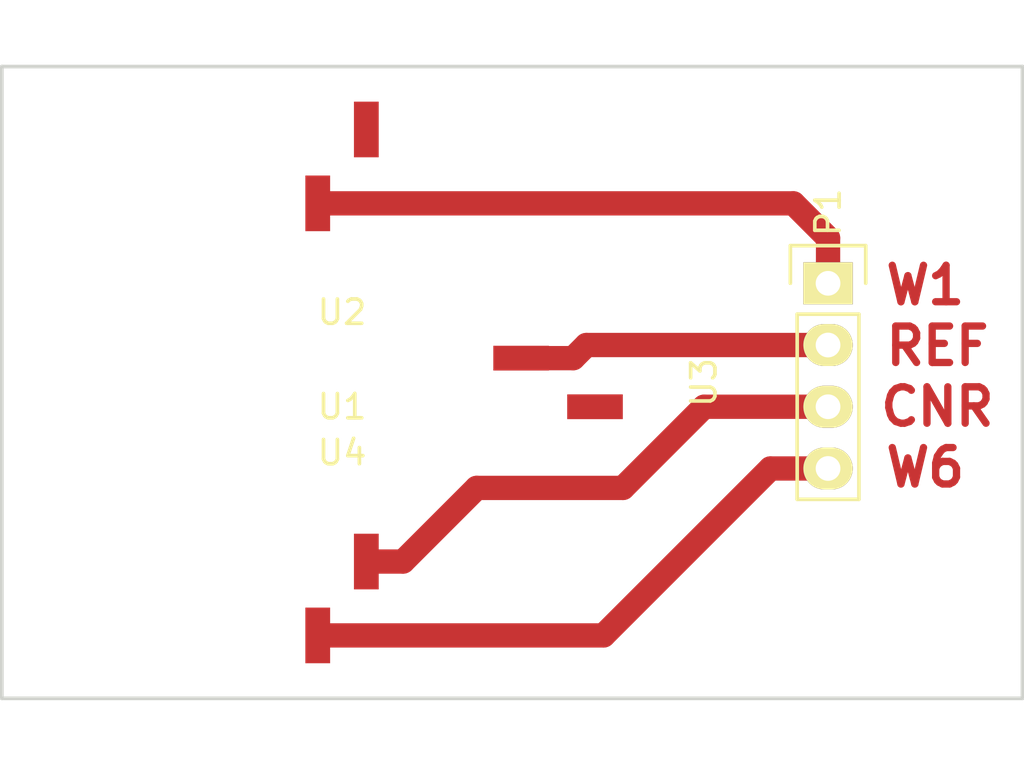
<source format=kicad_pcb>
(kicad_pcb (version 4) (host pcbnew 4.0.3+e1-6302~38~ubuntu16.04.1-stable)

  (general
    (links 4)
    (no_connects 0)
    (area 133.924999 91.135 176.075001 122.965)
    (thickness 1.6)
    (drawings 8)
    (tracks 14)
    (zones 0)
    (modules 5)
    (nets 7)
  )

  (page A4)
  (layers
    (0 F.Cu signal)
    (31 B.Cu signal)
    (32 B.Adhes user)
    (33 F.Adhes user)
    (34 B.Paste user)
    (35 F.Paste user)
    (36 B.SilkS user)
    (37 F.SilkS user)
    (38 B.Mask user)
    (39 F.Mask user)
    (40 Dwgs.User user)
    (41 Cmts.User user)
    (42 Eco1.User user)
    (43 Eco2.User user)
    (44 Edge.Cuts user)
    (45 Margin user)
    (46 B.CrtYd user)
    (47 F.CrtYd user)
    (48 B.Fab user)
    (49 F.Fab user)
  )

  (setup
    (last_trace_width 1)
    (user_trace_width 1)
    (trace_clearance 0.2)
    (zone_clearance 0.508)
    (zone_45_only no)
    (trace_min 0.2)
    (segment_width 0.2)
    (edge_width 0.15)
    (via_size 0.6)
    (via_drill 0.4)
    (via_min_size 0.4)
    (via_min_drill 0.3)
    (uvia_size 0.3)
    (uvia_drill 0.1)
    (uvias_allowed no)
    (uvia_min_size 0.2)
    (uvia_min_drill 0.1)
    (pcb_text_width 0.3)
    (pcb_text_size 1.5 1.5)
    (mod_edge_width 0.15)
    (mod_text_size 1 1)
    (mod_text_width 0.15)
    (pad_size 1.524 1.524)
    (pad_drill 0.762)
    (pad_to_mask_clearance 0.2)
    (aux_axis_origin 0 0)
    (visible_elements FFFFFF7F)
    (pcbplotparams
      (layerselection 0x01000_00000001)
      (usegerberextensions false)
      (excludeedgelayer true)
      (linewidth 0.100000)
      (plotframeref false)
      (viasonmask false)
      (mode 1)
      (useauxorigin false)
      (hpglpennumber 1)
      (hpglpenspeed 20)
      (hpglpendiameter 15)
      (hpglpenoverlay 2)
      (psnegative false)
      (psa4output false)
      (plotreference true)
      (plotvalue true)
      (plotinvisibletext false)
      (padsonsilk false)
      (subtractmaskfromsilk false)
      (outputformat 1)
      (mirror false)
      (drillshape 0)
      (scaleselection 1)
      (outputdirectory gerbers/))
  )

  (net 0 "")
  (net 1 WORKING_1)
  (net 2 REFERENCE)
  (net 3 COUNTER)
  (net 4 WORKING_6)
  (net 5 "Net-(U2-Pad2)")
  (net 6 "Net-(U3-Pad1)")

  (net_class Default "This is the default net class."
    (clearance 0.2)
    (trace_width 0.25)
    (via_dia 0.6)
    (via_drill 0.4)
    (uvia_dia 0.3)
    (uvia_drill 0.1)
    (add_net COUNTER)
    (add_net "Net-(U2-Pad2)")
    (add_net "Net-(U3-Pad1)")
    (add_net REFERENCE)
    (add_net WORKING_1)
    (add_net WORKING_6)
  )

  (module Socket_Strips:Socket_Strip_Straight_1x04 (layer F.Cu) (tedit 0) (tstamp 57C0A044)
    (at 168 102.92 270)
    (descr "Through hole socket strip")
    (tags "socket strip")
    (path /57C09EF5)
    (fp_text reference P1 (at -2.92 0 270) (layer F.SilkS)
      (effects (font (size 1 1) (thickness 0.15)))
    )
    (fp_text value CONN_01X04 (at 4.08 3 270) (layer F.Fab)
      (effects (font (size 1 1) (thickness 0.15)))
    )
    (fp_line (start -1.75 -1.75) (end -1.75 1.75) (layer F.CrtYd) (width 0.05))
    (fp_line (start 9.4 -1.75) (end 9.4 1.75) (layer F.CrtYd) (width 0.05))
    (fp_line (start -1.75 -1.75) (end 9.4 -1.75) (layer F.CrtYd) (width 0.05))
    (fp_line (start -1.75 1.75) (end 9.4 1.75) (layer F.CrtYd) (width 0.05))
    (fp_line (start 1.27 -1.27) (end 8.89 -1.27) (layer F.SilkS) (width 0.15))
    (fp_line (start 1.27 1.27) (end 8.89 1.27) (layer F.SilkS) (width 0.15))
    (fp_line (start -1.55 1.55) (end 0 1.55) (layer F.SilkS) (width 0.15))
    (fp_line (start 8.89 -1.27) (end 8.89 1.27) (layer F.SilkS) (width 0.15))
    (fp_line (start 1.27 1.27) (end 1.27 -1.27) (layer F.SilkS) (width 0.15))
    (fp_line (start 0 -1.55) (end -1.55 -1.55) (layer F.SilkS) (width 0.15))
    (fp_line (start -1.55 -1.55) (end -1.55 1.55) (layer F.SilkS) (width 0.15))
    (pad 1 thru_hole rect (at 0 0 270) (size 1.7272 2.032) (drill 1.016) (layers *.Cu *.Mask F.SilkS)
      (net 1 WORKING_1))
    (pad 2 thru_hole oval (at 2.54 0 270) (size 1.7272 2.032) (drill 1.016) (layers *.Cu *.Mask F.SilkS)
      (net 2 REFERENCE))
    (pad 3 thru_hole oval (at 5.08 0 270) (size 1.7272 2.032) (drill 1.016) (layers *.Cu *.Mask F.SilkS)
      (net 3 COUNTER))
    (pad 4 thru_hole oval (at 7.62 0 270) (size 1.7272 2.032) (drill 1.016) (layers *.Cu *.Mask F.SilkS)
      (net 4 WORKING_6))
    (model Socket_Strips.3dshapes/Socket_Strip_Straight_1x04.wrl
      (at (xyz 0.15 0 0))
      (scale (xyz 1 1 1))
      (rotate (xyz 0 0 180))
    )
  )

  (module scintilla:SPEC_pinned (layer F.Cu) (tedit 57C098FC) (tstamp 57C0A048)
    (at 148 107)
    (path /57C09500)
    (fp_text reference U1 (at 0 1) (layer F.SilkS)
      (effects (font (size 1 1) (thickness 0.15)))
    )
    (fp_text value SPEC (at 0 -1) (layer F.Fab)
      (effects (font (size 1 1) (thickness 0.15)))
    )
  )

  (module scintilla:SMM-102-02-S-S (layer F.Cu) (tedit 57C09EB1) (tstamp 57C0A04E)
    (at 148 98.11)
    (path /57C096A4)
    (fp_text reference U2 (at 0 6) (layer F.SilkS)
      (effects (font (size 1 1) (thickness 0.15)))
    )
    (fp_text value SMM-102-02-S-S (at 0 -6) (layer F.Fab)
      (effects (font (size 1 1) (thickness 0.15)))
    )
    (pad 1 smd rect (at -1 1.52) (size 1.02 2.29) (layers F.Cu F.Paste F.Mask)
      (net 1 WORKING_1))
    (pad 2 smd rect (at 1 -1.52) (size 1.02 2.29) (layers F.Cu F.Paste F.Mask)
      (net 5 "Net-(U2-Pad2)"))
  )

  (module scintilla:SMM-102-02-S-S (layer F.Cu) (tedit 57C09EB1) (tstamp 57C0A054)
    (at 156.89 107 90)
    (path /57C09713)
    (fp_text reference U3 (at 0 6 90) (layer F.SilkS)
      (effects (font (size 1 1) (thickness 0.15)))
    )
    (fp_text value SMM-102-02-S-S (at 0 -6 90) (layer F.Fab)
      (effects (font (size 1 1) (thickness 0.15)))
    )
    (pad 1 smd rect (at -1 1.52 90) (size 1.02 2.29) (layers F.Cu F.Paste F.Mask)
      (net 6 "Net-(U3-Pad1)"))
    (pad 2 smd rect (at 1 -1.52 90) (size 1.02 2.29) (layers F.Cu F.Paste F.Mask)
      (net 2 REFERENCE))
  )

  (module scintilla:SMM-102-02-S-S (layer F.Cu) (tedit 57C09EB1) (tstamp 57C0A05A)
    (at 148 115.89 180)
    (path /57C09796)
    (fp_text reference U4 (at 0 6 180) (layer F.SilkS)
      (effects (font (size 1 1) (thickness 0.15)))
    )
    (fp_text value SMM-102-02-S-S (at 0 -6 180) (layer F.Fab)
      (effects (font (size 1 1) (thickness 0.15)))
    )
    (pad 1 smd rect (at -1 1.52 180) (size 1.02 2.29) (layers F.Cu F.Paste F.Mask)
      (net 3 COUNTER))
    (pad 2 smd rect (at 1 -1.52 180) (size 1.02 2.29) (layers F.Cu F.Paste F.Mask)
      (net 4 WORKING_6))
  )

  (gr_line (start 134 120) (end 134 94) (layer Edge.Cuts) (width 0.15))
  (gr_line (start 176 120) (end 134 120) (layer Edge.Cuts) (width 0.15))
  (gr_line (start 176 94) (end 176 120) (layer Edge.Cuts) (width 0.15))
  (gr_line (start 134 94) (end 176 94) (layer Edge.Cuts) (width 0.15))
  (gr_text W6 (at 172 110.5) (layer F.Cu)
    (effects (font (size 1.5 1.5) (thickness 0.3)))
  )
  (gr_text CNR (at 172.5 108) (layer F.Cu)
    (effects (font (size 1.5 1.5) (thickness 0.3)))
  )
  (gr_text REF (at 172.5 105.5) (layer F.Cu)
    (effects (font (size 1.5 1.5) (thickness 0.3)))
  )
  (gr_text W1 (at 172 103) (layer F.Cu)
    (effects (font (size 1.5 1.5) (thickness 0.3)))
  )

  (segment (start 147 99.63) (end 166.5736 99.63) (width 1) (layer F.Cu) (net 1))
  (segment (start 166.5736 99.63) (end 168 101.0564) (width 1) (layer F.Cu) (net 1))
  (segment (start 168 101.0564) (end 168 102.92) (width 1) (layer F.Cu) (net 1))
  (segment (start 157.515 106) (end 158.055 105.46) (width 1) (layer F.Cu) (net 2))
  (segment (start 158.055 105.46) (end 168 105.46) (width 1) (layer F.Cu) (net 2))
  (segment (start 155.37 106) (end 157.515 106) (width 1) (layer F.Cu) (net 2))
  (segment (start 159.56 111.34) (end 162.9 108) (width 1) (layer F.Cu) (net 3))
  (segment (start 162.9 108) (end 168 108) (width 1) (layer F.Cu) (net 3))
  (segment (start 153.54 111.34) (end 159.56 111.34) (width 1) (layer F.Cu) (net 3))
  (segment (start 149 114.37) (end 150.51 114.37) (width 1) (layer F.Cu) (net 3))
  (segment (start 150.51 114.37) (end 153.54 111.34) (width 1) (layer F.Cu) (net 3))
  (segment (start 158.76 117.41) (end 165.63 110.54) (width 1) (layer F.Cu) (net 4))
  (segment (start 165.63 110.54) (end 168 110.54) (width 1) (layer F.Cu) (net 4))
  (segment (start 147 117.41) (end 158.76 117.41) (width 1) (layer F.Cu) (net 4))

)

</source>
